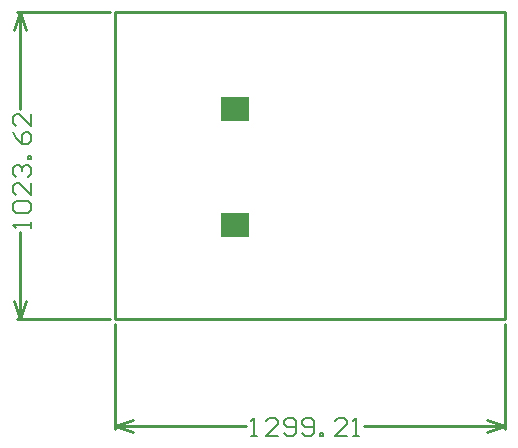
<source format=gtp>
G04*
G04 #@! TF.GenerationSoftware,Altium Limited,CircuitStudio,1.5.2 (1.5.2.30)*
G04*
G04 Layer_Color=7318015*
%FSLAX44Y44*%
%MOMM*%
G71*
G01*
G75*
%ADD10R,2.4000X2.0000*%
%ADD12C,0.2540*%
%ADD13C,0.1524*%
D10*
X441690Y339798D02*
D03*
Y437798D02*
D03*
D12*
X670000Y167460D02*
Y256190D01*
X340000Y167460D02*
Y256190D01*
X550705Y170000D02*
X670000D01*
X340000D02*
X451167D01*
X654760Y175080D02*
X670000Y170000D01*
X654760Y164920D02*
X670000Y170000D01*
X340000D02*
X355240Y164920D01*
X340000Y170000D02*
X355240Y175080D01*
X257460Y260000D02*
X336190D01*
X257460Y520000D02*
X336190D01*
X260000Y260000D02*
Y333628D01*
Y438244D02*
Y520000D01*
Y260000D02*
X265080Y275240D01*
X254920D02*
X260000Y260000D01*
X254920Y504760D02*
X260000Y520000D01*
X265080Y504760D01*
X340000Y260000D02*
Y520000D01*
X670000D01*
Y260000D02*
Y520000D01*
X340000Y260000D02*
X670000D01*
D13*
X455231Y160858D02*
X460309D01*
X457770D01*
Y176094D01*
X455231Y173554D01*
X478083Y160858D02*
X467927D01*
X478083Y171015D01*
Y173554D01*
X475544Y176094D01*
X470466D01*
X467927Y173554D01*
X483162Y163398D02*
X485701Y160858D01*
X490779D01*
X493318Y163398D01*
Y173554D01*
X490779Y176094D01*
X485701D01*
X483162Y173554D01*
Y171015D01*
X485701Y168476D01*
X493318D01*
X498397Y163398D02*
X500936Y160858D01*
X506014D01*
X508554Y163398D01*
Y173554D01*
X506014Y176094D01*
X500936D01*
X498397Y173554D01*
Y171015D01*
X500936Y168476D01*
X508554D01*
X513632Y160858D02*
Y163398D01*
X516171D01*
Y160858D01*
X513632D01*
X536484D02*
X526328D01*
X536484Y171015D01*
Y173554D01*
X533945Y176094D01*
X528867D01*
X526328Y173554D01*
X541563Y160858D02*
X546641D01*
X544102D01*
Y176094D01*
X541563Y173554D01*
X269142Y337692D02*
Y342770D01*
Y340231D01*
X253906D01*
X256446Y337692D01*
Y350387D02*
X253906Y352927D01*
Y358005D01*
X256446Y360544D01*
X266602D01*
X269142Y358005D01*
Y352927D01*
X266602Y350387D01*
X256446D01*
X269142Y375779D02*
Y365623D01*
X258985Y375779D01*
X256446D01*
X253906Y373240D01*
Y368162D01*
X256446Y365623D01*
Y380858D02*
X253906Y383397D01*
Y388475D01*
X256446Y391014D01*
X258985D01*
X261524Y388475D01*
Y385936D01*
Y388475D01*
X264063Y391014D01*
X266602D01*
X269142Y388475D01*
Y383397D01*
X266602Y380858D01*
X269142Y396093D02*
X266602D01*
Y398632D01*
X269142D01*
Y396093D01*
X253906Y418945D02*
X256446Y413867D01*
X261524Y408789D01*
X266602D01*
X269142Y411328D01*
Y416406D01*
X266602Y418945D01*
X264063D01*
X261524Y416406D01*
Y408789D01*
X269142Y434180D02*
Y424024D01*
X258985Y434180D01*
X256446D01*
X253906Y431641D01*
Y426563D01*
X256446Y424024D01*
M02*

</source>
